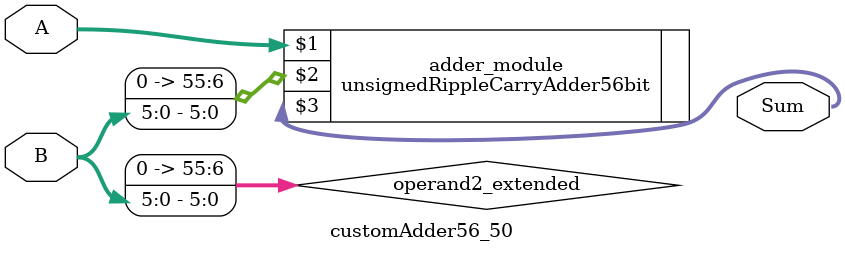
<source format=v>
module customAdder56_50(
                        input [55 : 0] A,
                        input [5 : 0] B,
                        
                        output [56 : 0] Sum
                );

        wire [55 : 0] operand2_extended;
        
        assign operand2_extended =  {50'b0, B};
        
        unsignedRippleCarryAdder56bit adder_module(
            A,
            operand2_extended,
            Sum
        );
        
        endmodule
        
</source>
